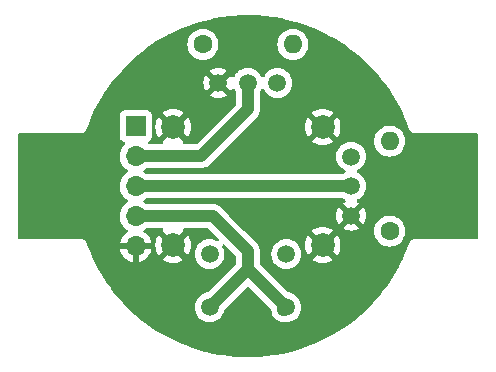
<source format=gbr>
%TF.GenerationSoftware,KiCad,Pcbnew,(6.0.6)*%
%TF.CreationDate,2023-05-18T11:46:38+08:00*%
%TF.ProjectId,JoystickPCB,4a6f7973-7469-4636-9b50-43422e6b6963,rev?*%
%TF.SameCoordinates,Original*%
%TF.FileFunction,Copper,L1,Top*%
%TF.FilePolarity,Positive*%
%FSLAX46Y46*%
G04 Gerber Fmt 4.6, Leading zero omitted, Abs format (unit mm)*
G04 Created by KiCad (PCBNEW (6.0.6)) date 2023-05-18 11:46:38*
%MOMM*%
%LPD*%
G01*
G04 APERTURE LIST*
%TA.AperFunction,ComponentPad*%
%ADD10C,1.600000*%
%TD*%
%TA.AperFunction,ComponentPad*%
%ADD11O,1.600000X1.600000*%
%TD*%
%TA.AperFunction,ComponentPad*%
%ADD12C,1.500000*%
%TD*%
%TA.AperFunction,ComponentPad*%
%ADD13C,2.000000*%
%TD*%
%TA.AperFunction,ComponentPad*%
%ADD14R,1.700000X1.700000*%
%TD*%
%TA.AperFunction,ComponentPad*%
%ADD15O,1.700000X1.700000*%
%TD*%
%TA.AperFunction,Conductor*%
%ADD16C,1.000000*%
%TD*%
G04 APERTURE END LIST*
D10*
%TO.P,R3,1*%
%TO.N,/VCC*%
X12000000Y-3810000D03*
D11*
%TO.P,R3,2*%
%TO.N,Net-(JS1-Pad4)*%
X12000000Y3810000D03*
%TD*%
D10*
%TO.P,R2,1*%
%TO.N,/VCC*%
X-3810000Y12000000D03*
D11*
%TO.P,R2,2*%
%TO.N,Net-(JS1-Pad3)*%
X3810000Y12000000D03*
%TD*%
D12*
%TO.P,JS1,1,A1*%
%TO.N,/GND*%
X-2500000Y8730000D03*
%TO.P,JS1,2,B1*%
%TO.N,/X*%
X0Y8730000D03*
%TO.P,JS1,3,C1*%
%TO.N,Net-(JS1-Pad3)*%
X2500000Y8730000D03*
%TO.P,JS1,4,A2*%
%TO.N,Net-(JS1-Pad4)*%
X8730000Y2500000D03*
%TO.P,JS1,5,B2*%
%TO.N,/Y*%
X8730000Y0D03*
%TO.P,JS1,6,C2*%
%TO.N,/GND*%
X8730000Y-2500000D03*
%TO.P,JS1,7,K2*%
%TO.N,/VCC*%
X-3250000Y-5750000D03*
%TO.P,JS1,8,K1*%
X3250000Y-5750000D03*
%TO.P,JS1,9,K3*%
%TO.N,/K*%
X-3250000Y-10250000D03*
%TO.P,JS1,10,K4*%
X3250000Y-10250000D03*
D13*
%TO.P,JS1,S,Shell*%
%TO.N,/GND*%
X6325000Y-5000000D03*
X6325000Y5000000D03*
X-6325000Y-5000000D03*
X-6325000Y5000000D03*
%TD*%
D14*
%TO.P,J1,1,Pin_1*%
%TO.N,/VCC*%
X-9500000Y5080000D03*
D15*
%TO.P,J1,2,Pin_2*%
%TO.N,/X*%
X-9500000Y2540000D03*
%TO.P,J1,3,Pin_3*%
%TO.N,/Y*%
X-9500000Y0D03*
%TO.P,J1,4,Pin_4*%
%TO.N,/K*%
X-9500000Y-2540000D03*
%TO.P,J1,5,Pin_5*%
%TO.N,/GND*%
X-9500000Y-5080000D03*
%TD*%
D16*
%TO.N,/X*%
X-3960000Y2540000D02*
X-9500000Y2540000D01*
X-3960000Y2540000D02*
X0Y6500000D01*
X0Y6500000D02*
X0Y8730000D01*
%TO.N,/Y*%
X8730000Y0D02*
X-9500000Y0D01*
%TO.N,/K*%
X0Y-5500000D02*
X0Y-7000000D01*
X0Y-7000000D02*
X3250000Y-10250000D01*
X-9500000Y-2540000D02*
X-2960000Y-2540000D01*
X-2960000Y-2540000D02*
X0Y-5500000D01*
X3000000Y-10500000D02*
X3250000Y-10250000D01*
X0Y-7000000D02*
X-3250000Y-10250000D01*
%TD*%
%TA.AperFunction,Conductor*%
%TO.N,/GND*%
G36*
X739703Y14472526D02*
G01*
X746156Y14472194D01*
X1480673Y14415574D01*
X1487101Y14414913D01*
X2217804Y14320702D01*
X2224189Y14319711D01*
X2949051Y14188173D01*
X2955378Y14186857D01*
X3672587Y14018320D01*
X3678823Y14016685D01*
X3678871Y14016671D01*
X4386440Y13811601D01*
X4392599Y13809643D01*
X5088750Y13568559D01*
X5094799Y13566289D01*
X5777689Y13289826D01*
X5783615Y13287248D01*
X6451430Y12976141D01*
X6457215Y12973263D01*
X7054563Y12656749D01*
X7108180Y12628339D01*
X7113806Y12625172D01*
X7417159Y12443933D01*
X7746287Y12247295D01*
X7751747Y12243839D01*
X8363981Y11834061D01*
X8369257Y11830330D01*
X8750549Y11545775D01*
X8959677Y11389704D01*
X8964746Y11385715D01*
X9021380Y11338743D01*
X9531821Y10915382D01*
X9536687Y10911131D01*
X10078899Y10412348D01*
X10083541Y10407852D01*
X10599445Y9881950D01*
X10603851Y9877223D01*
X11060174Y9361653D01*
X11092141Y9325535D01*
X11096296Y9320590D01*
X11273185Y9098790D01*
X11555654Y8744602D01*
X11559546Y8739456D01*
X11570249Y8724525D01*
X11988762Y8140685D01*
X11992391Y8135339D01*
X12087754Y7986770D01*
X12373287Y7541928D01*
X12390356Y7515335D01*
X12393702Y7509816D01*
X12732197Y6917734D01*
X12759356Y6870228D01*
X12762417Y6864539D01*
X13088104Y6220290D01*
X13094800Y6207044D01*
X13097560Y6201216D01*
X13250750Y5855186D01*
X13395792Y5527560D01*
X13398256Y5521586D01*
X13646492Y4872898D01*
X13652655Y4851091D01*
X13655732Y4834682D01*
X13661040Y4824229D01*
X13669838Y4801819D01*
X13673151Y4790229D01*
X13686987Y4768301D01*
X13696428Y4753337D01*
X13702209Y4743154D01*
X13721681Y4704809D01*
X13729725Y4696249D01*
X13744467Y4677200D01*
X13750876Y4667042D01*
X13757605Y4661099D01*
X13783519Y4638212D01*
X13791926Y4630061D01*
X13815282Y4605209D01*
X13815285Y4605206D01*
X13821431Y4598667D01*
X13829164Y4594116D01*
X13829166Y4594114D01*
X13831586Y4592690D01*
X13851075Y4578549D01*
X13860051Y4570622D01*
X13868176Y4566807D01*
X13868178Y4566806D01*
X13899389Y4552152D01*
X13909746Y4546688D01*
X13925574Y4537373D01*
X13946961Y4524786D01*
X13955660Y4522588D01*
X13955663Y4522587D01*
X13958430Y4521888D01*
X13981115Y4513782D01*
X13991900Y4508719D01*
X14000770Y4507338D01*
X14000773Y4507337D01*
X14025060Y4503556D01*
X14034738Y4502049D01*
X14046204Y4499713D01*
X14088181Y4489108D01*
X14097151Y4489440D01*
X14097152Y4489440D01*
X14150455Y4491414D01*
X14155118Y4491500D01*
X19365500Y4491500D01*
X19433621Y4471498D01*
X19480114Y4417842D01*
X19491500Y4365500D01*
X19491500Y-4365500D01*
X19471498Y-4433621D01*
X19417842Y-4480114D01*
X19365500Y-4491500D01*
X14162377Y-4491500D01*
X14154639Y-4491262D01*
X14109639Y-4488493D01*
X14109637Y-4488493D01*
X14100679Y-4487942D01*
X14091923Y-4489928D01*
X14091922Y-4489928D01*
X14054672Y-4498376D01*
X14044667Y-4500224D01*
X14031869Y-4502057D01*
X13997913Y-4506920D01*
X13989736Y-4510638D01*
X13987366Y-4511331D01*
X13969858Y-4517228D01*
X13967382Y-4518175D01*
X13958629Y-4520160D01*
X13950787Y-4524521D01*
X13950784Y-4524522D01*
X13917516Y-4543022D01*
X13908435Y-4547602D01*
X13873492Y-4563491D01*
X13873490Y-4563492D01*
X13865318Y-4567208D01*
X13858518Y-4573067D01*
X13856548Y-4574327D01*
X13841381Y-4584914D01*
X13839178Y-4586588D01*
X13831332Y-4590951D01*
X13825026Y-4597340D01*
X13825027Y-4597340D01*
X13798370Y-4624351D01*
X13790936Y-4631299D01*
X13761772Y-4656428D01*
X13761770Y-4656431D01*
X13754973Y-4662287D01*
X13750091Y-4669819D01*
X13748635Y-4671488D01*
X13737039Y-4685917D01*
X13735328Y-4688232D01*
X13729019Y-4694625D01*
X13706795Y-4735862D01*
X13701617Y-4744605D01*
X13680632Y-4776979D01*
X13680630Y-4776983D01*
X13675748Y-4784515D01*
X13673175Y-4793120D01*
X13672273Y-4795071D01*
X13665192Y-4812178D01*
X13664177Y-4814942D01*
X13659916Y-4822848D01*
X13658046Y-4831631D01*
X13654777Y-4846984D01*
X13649218Y-4865774D01*
X13398262Y-5521568D01*
X13395799Y-5527542D01*
X13327348Y-5682163D01*
X13097566Y-6201205D01*
X13097561Y-6201216D01*
X13094801Y-6207041D01*
X12905114Y-6582266D01*
X12762420Y-6864532D01*
X12759359Y-6870221D01*
X12393706Y-7509809D01*
X12390360Y-7515328D01*
X11992396Y-8135329D01*
X11988767Y-8140675D01*
X11843457Y-8343388D01*
X11627528Y-8644617D01*
X11559558Y-8739437D01*
X11555666Y-8744583D01*
X11229456Y-9153618D01*
X11096306Y-9320575D01*
X11092149Y-9325522D01*
X10603861Y-9877210D01*
X10599455Y-9881937D01*
X10083553Y-10407837D01*
X10078911Y-10412333D01*
X9536700Y-10911115D01*
X9531834Y-10915366D01*
X8964770Y-11385692D01*
X8959692Y-11389688D01*
X8369275Y-11830313D01*
X8363999Y-11834044D01*
X7751753Y-12243830D01*
X7746293Y-12247285D01*
X7113849Y-12625142D01*
X7108218Y-12628313D01*
X6457240Y-12973244D01*
X6451455Y-12976122D01*
X5783642Y-13287230D01*
X5777716Y-13289808D01*
X5094829Y-13566270D01*
X5088780Y-13568540D01*
X4597781Y-13738579D01*
X4479587Y-13779511D01*
X4392636Y-13809623D01*
X4386477Y-13811581D01*
X3678859Y-14016666D01*
X3672609Y-14018305D01*
X2955418Y-14186839D01*
X2949092Y-14188155D01*
X2224226Y-14319696D01*
X2217840Y-14320687D01*
X1487142Y-14414897D01*
X1480714Y-14415558D01*
X1142107Y-14441661D01*
X746178Y-14472182D01*
X739766Y-14472512D01*
X146521Y-14487729D01*
X3251Y-14491404D01*
X-3211Y-14491404D01*
X-146481Y-14487729D01*
X-739726Y-14472512D01*
X-746138Y-14472182D01*
X-1142302Y-14441643D01*
X-1480673Y-14415559D01*
X-1487101Y-14414898D01*
X-2217800Y-14320688D01*
X-2224186Y-14319697D01*
X-2224191Y-14319696D01*
X-2344204Y-14297917D01*
X-2949051Y-14188156D01*
X-2955377Y-14186840D01*
X-3429450Y-14075437D01*
X-3672580Y-14018303D01*
X-3678816Y-14016668D01*
X-4386447Y-13811580D01*
X-4392577Y-13809632D01*
X-4777514Y-13676323D01*
X-5088739Y-13568542D01*
X-5094788Y-13566272D01*
X-5777676Y-13289810D01*
X-5783602Y-13287232D01*
X-6451415Y-12976124D01*
X-6457200Y-12973246D01*
X-7108177Y-12628315D01*
X-7113808Y-12625144D01*
X-7746253Y-12247287D01*
X-7751713Y-12243832D01*
X-8363959Y-11834046D01*
X-8369235Y-11830315D01*
X-8710801Y-11575407D01*
X-8959662Y-11389684D01*
X-8964731Y-11385695D01*
X-8964734Y-11385692D01*
X-9531795Y-10915369D01*
X-9536661Y-10911118D01*
X-10078871Y-10412336D01*
X-10083513Y-10407840D01*
X-10599415Y-9881940D01*
X-10603821Y-9877213D01*
X-11092110Y-9325526D01*
X-11096267Y-9320579D01*
X-11129353Y-9279092D01*
X-11555627Y-8744587D01*
X-11559519Y-8739441D01*
X-11627491Y-8644617D01*
X-11988728Y-8140680D01*
X-11992357Y-8135334D01*
X-12390321Y-7515332D01*
X-12393671Y-7509806D01*
X-12508609Y-7308759D01*
X-12759321Y-6870222D01*
X-12762381Y-6864536D01*
X-12838556Y-6713852D01*
X-13094769Y-6207032D01*
X-13097529Y-6201205D01*
X-13101198Y-6192916D01*
X-13327312Y-5682163D01*
X-13395754Y-5527563D01*
X-13398218Y-5521590D01*
X-13403386Y-5508086D01*
X-13464660Y-5347966D01*
X-10831743Y-5347966D01*
X-10801435Y-5482446D01*
X-10798355Y-5492275D01*
X-10718230Y-5689603D01*
X-10713587Y-5698794D01*
X-10602306Y-5880388D01*
X-10596223Y-5888699D01*
X-10456787Y-6049667D01*
X-10449420Y-6056883D01*
X-10285566Y-6192916D01*
X-10277119Y-6198831D01*
X-10093244Y-6306279D01*
X-10083958Y-6310729D01*
X-9884999Y-6386703D01*
X-9875101Y-6389579D01*
X-9771750Y-6410606D01*
X-9757701Y-6409410D01*
X-9754000Y-6399065D01*
X-9754000Y-6398517D01*
X-9246000Y-6398517D01*
X-9241936Y-6412359D01*
X-9228522Y-6414393D01*
X-9221816Y-6413534D01*
X-9211738Y-6411392D01*
X-9007745Y-6350191D01*
X-8998158Y-6346433D01*
X-8806905Y-6252739D01*
X-8798055Y-6247464D01*
X-8777314Y-6232670D01*
X-7192840Y-6232670D01*
X-7187113Y-6240320D01*
X-7015958Y-6345205D01*
X-7007163Y-6349687D01*
X-6797012Y-6436734D01*
X-6787627Y-6439783D01*
X-6566446Y-6492885D01*
X-6556699Y-6494428D01*
X-6329930Y-6512275D01*
X-6320070Y-6512275D01*
X-6093301Y-6494428D01*
X-6083554Y-6492885D01*
X-5862373Y-6439783D01*
X-5852988Y-6436734D01*
X-5642837Y-6349687D01*
X-5634042Y-6345205D01*
X-5466555Y-6242568D01*
X-5457093Y-6232110D01*
X-5460876Y-6223334D01*
X-6312188Y-5372022D01*
X-6326132Y-5364408D01*
X-6327965Y-5364539D01*
X-6334580Y-5368790D01*
X-7186080Y-6220290D01*
X-7192840Y-6232670D01*
X-8777314Y-6232670D01*
X-8624672Y-6123792D01*
X-8616800Y-6117139D01*
X-8465948Y-5966812D01*
X-8459270Y-5958965D01*
X-8334997Y-5786020D01*
X-8329687Y-5777183D01*
X-8235330Y-5586267D01*
X-8231531Y-5576672D01*
X-8169623Y-5372910D01*
X-8167445Y-5362837D01*
X-8166014Y-5351962D01*
X-8168225Y-5337778D01*
X-8181383Y-5334000D01*
X-9227885Y-5334000D01*
X-9243124Y-5338475D01*
X-9244329Y-5339865D01*
X-9246000Y-5347548D01*
X-9246000Y-6398517D01*
X-9754000Y-6398517D01*
X-9754000Y-5352115D01*
X-9758475Y-5336876D01*
X-9759865Y-5335671D01*
X-9767548Y-5334000D01*
X-10816775Y-5334000D01*
X-10830306Y-5337973D01*
X-10831743Y-5347966D01*
X-13464660Y-5347966D01*
X-13595931Y-5004930D01*
X-7837275Y-5004930D01*
X-7819428Y-5231699D01*
X-7817885Y-5241446D01*
X-7764783Y-5462627D01*
X-7761734Y-5472012D01*
X-7674687Y-5682163D01*
X-7670205Y-5690958D01*
X-7567568Y-5858445D01*
X-7557110Y-5867907D01*
X-7548334Y-5864124D01*
X-6697022Y-5012812D01*
X-6690644Y-5001132D01*
X-5960592Y-5001132D01*
X-5960461Y-5002965D01*
X-5956210Y-5009580D01*
X-5104710Y-5861080D01*
X-5092330Y-5867840D01*
X-5084680Y-5862113D01*
X-4979795Y-5690958D01*
X-4975313Y-5682163D01*
X-4888266Y-5472012D01*
X-4885217Y-5462627D01*
X-4832115Y-5241446D01*
X-4830572Y-5231699D01*
X-4812725Y-5004930D01*
X-4812725Y-4995070D01*
X-4830572Y-4768301D01*
X-4832115Y-4758554D01*
X-4885217Y-4537373D01*
X-4888266Y-4527988D01*
X-4975313Y-4317837D01*
X-4979795Y-4309042D01*
X-5082432Y-4141555D01*
X-5092890Y-4132093D01*
X-5101666Y-4135876D01*
X-5952978Y-4987188D01*
X-5960592Y-5001132D01*
X-6690644Y-5001132D01*
X-6689408Y-4998868D01*
X-6689539Y-4997035D01*
X-6693790Y-4990420D01*
X-7545290Y-4138920D01*
X-7557670Y-4132160D01*
X-7565320Y-4137887D01*
X-7670205Y-4309042D01*
X-7674687Y-4317837D01*
X-7761734Y-4527988D01*
X-7764783Y-4537373D01*
X-7817885Y-4758554D01*
X-7819428Y-4768301D01*
X-7837275Y-4995070D01*
X-7837275Y-5004930D01*
X-13595931Y-5004930D01*
X-13646457Y-4872896D01*
X-13652619Y-4851090D01*
X-13654040Y-4843513D01*
X-13655695Y-4834687D01*
X-13661082Y-4824079D01*
X-13669885Y-4801658D01*
X-13673151Y-4790229D01*
X-13696256Y-4753611D01*
X-13702032Y-4743436D01*
X-13717578Y-4712820D01*
X-13717580Y-4712817D01*
X-13721644Y-4704814D01*
X-13729789Y-4696147D01*
X-13744530Y-4677100D01*
X-13750876Y-4667042D01*
X-13763442Y-4655944D01*
X-13783334Y-4638375D01*
X-13791741Y-4630224D01*
X-13815244Y-4605216D01*
X-13821394Y-4598672D01*
X-13829129Y-4594120D01*
X-13829131Y-4594118D01*
X-13831638Y-4592643D01*
X-13851133Y-4578498D01*
X-13860051Y-4570622D01*
X-13879572Y-4561457D01*
X-13899250Y-4552218D01*
X-13909611Y-4546752D01*
X-13939190Y-4529343D01*
X-13946924Y-4524791D01*
X-13955624Y-4522593D01*
X-13955626Y-4522592D01*
X-13958457Y-4521877D01*
X-13981133Y-4513774D01*
X-13991900Y-4508719D01*
X-14000770Y-4507338D01*
X-14000773Y-4507337D01*
X-14025038Y-4503559D01*
X-14034693Y-4502056D01*
X-14046159Y-4499720D01*
X-14088144Y-4489113D01*
X-14097114Y-4489445D01*
X-14097115Y-4489445D01*
X-14150283Y-4491414D01*
X-14154946Y-4491500D01*
X-19365500Y-4491500D01*
X-19433621Y-4471498D01*
X-19480114Y-4417842D01*
X-19491500Y-4365500D01*
X-19491500Y-2506695D01*
X-10862749Y-2506695D01*
X-10862452Y-2511848D01*
X-10862452Y-2511851D01*
X-10853324Y-2670151D01*
X-10849890Y-2729715D01*
X-10848753Y-2734761D01*
X-10848752Y-2734767D01*
X-10833194Y-2803802D01*
X-10800778Y-2947639D01*
X-10716734Y-3154616D01*
X-10600013Y-3345088D01*
X-10453750Y-3513938D01*
X-10281874Y-3656632D01*
X-10235915Y-3683488D01*
X-10208045Y-3699774D01*
X-10159321Y-3751412D01*
X-10146250Y-3821195D01*
X-10172981Y-3886967D01*
X-10213438Y-3920327D01*
X-10221543Y-3924546D01*
X-10230262Y-3930036D01*
X-10400567Y-4057905D01*
X-10408274Y-4064748D01*
X-10555410Y-4218717D01*
X-10561896Y-4226727D01*
X-10681902Y-4402649D01*
X-10687000Y-4411623D01*
X-10776662Y-4604783D01*
X-10780225Y-4614470D01*
X-10835611Y-4814183D01*
X-10834088Y-4822607D01*
X-10821708Y-4826000D01*
X-8181656Y-4826000D01*
X-8168125Y-4822027D01*
X-8166820Y-4812947D01*
X-8208786Y-4645875D01*
X-8212106Y-4636124D01*
X-8297028Y-4440814D01*
X-8301895Y-4431739D01*
X-8417574Y-4252926D01*
X-8423864Y-4244757D01*
X-8567194Y-4087240D01*
X-8574727Y-4080215D01*
X-8741861Y-3948222D01*
X-8750444Y-3942520D01*
X-8787398Y-3922120D01*
X-8837369Y-3871687D01*
X-8852141Y-3802245D01*
X-8827025Y-3735839D01*
X-8799673Y-3709232D01*
X-8624349Y-3584175D01*
X-8620140Y-3581173D01*
X-8617114Y-3578157D01*
X-8552412Y-3549570D01*
X-8536024Y-3548500D01*
X-7278329Y-3548500D01*
X-7210208Y-3568502D01*
X-7163715Y-3622158D01*
X-7153611Y-3692432D01*
X-7184893Y-3759033D01*
X-7192907Y-3767891D01*
X-7189124Y-3776666D01*
X-6337812Y-4627978D01*
X-6323868Y-4635592D01*
X-6322035Y-4635461D01*
X-6315420Y-4631210D01*
X-5463920Y-3779710D01*
X-5457160Y-3767331D01*
X-5470127Y-3750009D01*
X-5494937Y-3683488D01*
X-5479845Y-3614114D01*
X-5429643Y-3563912D01*
X-5369258Y-3548500D01*
X-3429925Y-3548500D01*
X-3361804Y-3568502D01*
X-3340835Y-3585400D01*
X-2470272Y-4455963D01*
X-2436249Y-4518272D01*
X-2441313Y-4589087D01*
X-2483860Y-4645923D01*
X-2550380Y-4670734D01*
X-2617991Y-4655183D01*
X-2618346Y-4655944D01*
X-2631545Y-4649789D01*
X-2707288Y-4614470D01*
X-2817924Y-4562880D01*
X-3030629Y-4505885D01*
X-3250000Y-4486693D01*
X-3469371Y-4505885D01*
X-3682076Y-4562880D01*
X-3745903Y-4592643D01*
X-3876666Y-4653618D01*
X-3876671Y-4653621D01*
X-3881653Y-4655944D01*
X-3886160Y-4659100D01*
X-3886162Y-4659101D01*
X-4057527Y-4779092D01*
X-4057530Y-4779094D01*
X-4062038Y-4782251D01*
X-4217749Y-4937962D01*
X-4220906Y-4942470D01*
X-4220908Y-4942473D01*
X-4270160Y-5012812D01*
X-4344056Y-5118347D01*
X-4346379Y-5123329D01*
X-4346382Y-5123334D01*
X-4388798Y-5214296D01*
X-4437120Y-5317924D01*
X-4494115Y-5530629D01*
X-4513307Y-5750000D01*
X-4494115Y-5969371D01*
X-4437120Y-6182076D01*
X-4409960Y-6240320D01*
X-4346382Y-6376666D01*
X-4346379Y-6376671D01*
X-4344056Y-6381653D01*
X-4340900Y-6386160D01*
X-4340899Y-6386162D01*
X-4221375Y-6556859D01*
X-4217749Y-6562038D01*
X-4062038Y-6717749D01*
X-3881654Y-6844056D01*
X-3682076Y-6937120D01*
X-3469371Y-6994115D01*
X-3250000Y-7013307D01*
X-3030629Y-6994115D01*
X-2817924Y-6937120D01*
X-2618346Y-6844056D01*
X-2437962Y-6717749D01*
X-2282251Y-6562038D01*
X-2278624Y-6556859D01*
X-2159101Y-6386162D01*
X-2159100Y-6386160D01*
X-2155944Y-6381653D01*
X-2153621Y-6376671D01*
X-2153618Y-6376666D01*
X-2090040Y-6240320D01*
X-2062880Y-6182076D01*
X-2005885Y-5969371D01*
X-1986693Y-5750000D01*
X-2005885Y-5530629D01*
X-2062880Y-5317924D01*
X-2155376Y-5119564D01*
X-2155944Y-5118347D01*
X-2155233Y-5118015D01*
X-2170914Y-5053368D01*
X-2147691Y-4986277D01*
X-2091883Y-4942391D01*
X-2021208Y-4935645D01*
X-1955962Y-4970272D01*
X-1045405Y-5880829D01*
X-1011379Y-5943141D01*
X-1008500Y-5969924D01*
X-1008500Y-6530075D01*
X-1028502Y-6598196D01*
X-1045405Y-6619170D01*
X-3396643Y-8970409D01*
X-3463862Y-9005400D01*
X-3463897Y-9005406D01*
X-3469371Y-9005885D01*
X-3682076Y-9062880D01*
X-3775438Y-9106415D01*
X-3876666Y-9153618D01*
X-3876671Y-9153621D01*
X-3881653Y-9155944D01*
X-3886160Y-9159100D01*
X-3886162Y-9159101D01*
X-4057527Y-9279092D01*
X-4057530Y-9279094D01*
X-4062038Y-9282251D01*
X-4217749Y-9437962D01*
X-4344056Y-9618347D01*
X-4346379Y-9623329D01*
X-4346382Y-9623334D01*
X-4393585Y-9724562D01*
X-4437120Y-9817924D01*
X-4494115Y-10030629D01*
X-4513307Y-10250000D01*
X-4494115Y-10469371D01*
X-4437120Y-10682076D01*
X-4393585Y-10775438D01*
X-4346382Y-10876666D01*
X-4346379Y-10876671D01*
X-4344056Y-10881653D01*
X-4340900Y-10886160D01*
X-4340899Y-10886162D01*
X-4224500Y-11052396D01*
X-4217749Y-11062038D01*
X-4062038Y-11217749D01*
X-3881654Y-11344056D01*
X-3682076Y-11437120D01*
X-3469371Y-11494115D01*
X-3250000Y-11513307D01*
X-3030629Y-11494115D01*
X-2817924Y-11437120D01*
X-2618346Y-11344056D01*
X-2437962Y-11217749D01*
X-2282251Y-11062038D01*
X-2275499Y-11052396D01*
X-2159101Y-10886162D01*
X-2159100Y-10886160D01*
X-2155944Y-10881653D01*
X-2153621Y-10876671D01*
X-2153618Y-10876666D01*
X-2106415Y-10775438D01*
X-2062880Y-10682076D01*
X-2005885Y-10469371D01*
X-2005406Y-10463894D01*
X-2005400Y-10463862D01*
X-1970409Y-10396643D01*
X-89095Y-8515329D01*
X-26783Y-8481303D01*
X44032Y-8486368D01*
X89095Y-8515329D01*
X1952029Y-10378263D01*
X1986055Y-10440575D01*
X1988289Y-10480091D01*
X1986626Y-10496462D01*
X2005239Y-10693362D01*
X2061741Y-10882896D01*
X2153982Y-11057846D01*
X2278447Y-11211547D01*
X2430396Y-11338146D01*
X2604041Y-11432822D01*
X2698404Y-11462393D01*
X2786886Y-11490122D01*
X2786889Y-11490123D01*
X2792768Y-11491965D01*
X2798891Y-11492630D01*
X2798895Y-11492631D01*
X2983263Y-11512659D01*
X2983267Y-11512659D01*
X2989388Y-11513324D01*
X3060840Y-11507073D01*
X3108809Y-11502876D01*
X3130773Y-11502876D01*
X3244525Y-11512828D01*
X3250000Y-11513307D01*
X3469371Y-11494115D01*
X3682076Y-11437120D01*
X3881654Y-11344056D01*
X4062038Y-11217749D01*
X4217749Y-11062038D01*
X4224501Y-11052396D01*
X4340899Y-10886162D01*
X4340900Y-10886160D01*
X4344056Y-10881653D01*
X4346379Y-10876671D01*
X4346382Y-10876666D01*
X4393585Y-10775438D01*
X4437120Y-10682076D01*
X4494115Y-10469371D01*
X4513307Y-10250000D01*
X4494115Y-10030629D01*
X4437120Y-9817924D01*
X4393585Y-9724562D01*
X4346382Y-9623334D01*
X4346379Y-9623329D01*
X4344056Y-9618347D01*
X4217749Y-9437962D01*
X4062038Y-9282251D01*
X3881654Y-9155944D01*
X3682076Y-9062880D01*
X3469371Y-9005885D01*
X3463897Y-9005406D01*
X3463862Y-9005400D01*
X3396643Y-8970409D01*
X1045405Y-6619171D01*
X1011379Y-6556859D01*
X1008500Y-6530076D01*
X1008500Y-5750000D01*
X1986693Y-5750000D01*
X2005885Y-5969371D01*
X2062880Y-6182076D01*
X2090040Y-6240320D01*
X2153618Y-6376666D01*
X2153621Y-6376671D01*
X2155944Y-6381653D01*
X2159100Y-6386160D01*
X2159101Y-6386162D01*
X2278625Y-6556859D01*
X2282251Y-6562038D01*
X2437962Y-6717749D01*
X2618346Y-6844056D01*
X2817924Y-6937120D01*
X3030629Y-6994115D01*
X3250000Y-7013307D01*
X3469371Y-6994115D01*
X3682076Y-6937120D01*
X3881654Y-6844056D01*
X4062038Y-6717749D01*
X4217749Y-6562038D01*
X4221376Y-6556859D01*
X4340899Y-6386162D01*
X4340900Y-6386160D01*
X4344056Y-6381653D01*
X4346379Y-6376671D01*
X4346382Y-6376666D01*
X4409960Y-6240320D01*
X4413527Y-6232670D01*
X5457160Y-6232670D01*
X5462887Y-6240320D01*
X5634042Y-6345205D01*
X5642837Y-6349687D01*
X5852988Y-6436734D01*
X5862373Y-6439783D01*
X6083554Y-6492885D01*
X6093301Y-6494428D01*
X6320070Y-6512275D01*
X6329930Y-6512275D01*
X6556699Y-6494428D01*
X6566446Y-6492885D01*
X6787627Y-6439783D01*
X6797012Y-6436734D01*
X7007163Y-6349687D01*
X7015958Y-6345205D01*
X7183445Y-6242568D01*
X7192907Y-6232110D01*
X7189124Y-6223334D01*
X6337812Y-5372022D01*
X6323868Y-5364408D01*
X6322035Y-5364539D01*
X6315420Y-5368790D01*
X5463920Y-6220290D01*
X5457160Y-6232670D01*
X4413527Y-6232670D01*
X4437120Y-6182076D01*
X4494115Y-5969371D01*
X4513307Y-5750000D01*
X4494115Y-5530629D01*
X4437120Y-5317924D01*
X4388798Y-5214296D01*
X4346382Y-5123334D01*
X4346379Y-5123329D01*
X4344056Y-5118347D01*
X4270160Y-5012812D01*
X4264641Y-5004930D01*
X4812725Y-5004930D01*
X4830572Y-5231699D01*
X4832115Y-5241446D01*
X4885217Y-5462627D01*
X4888266Y-5472012D01*
X4975313Y-5682163D01*
X4979795Y-5690958D01*
X5082432Y-5858445D01*
X5092890Y-5867907D01*
X5101666Y-5864124D01*
X5952978Y-5012812D01*
X5959356Y-5001132D01*
X6689408Y-5001132D01*
X6689539Y-5002965D01*
X6693790Y-5009580D01*
X7545290Y-5861080D01*
X7557670Y-5867840D01*
X7565320Y-5862113D01*
X7670205Y-5690958D01*
X7674687Y-5682163D01*
X7761734Y-5472012D01*
X7764783Y-5462627D01*
X7817885Y-5241446D01*
X7819428Y-5231699D01*
X7837275Y-5004930D01*
X7837275Y-4995070D01*
X7819428Y-4768301D01*
X7817885Y-4758554D01*
X7764783Y-4537373D01*
X7761734Y-4527988D01*
X7674687Y-4317837D01*
X7670205Y-4309042D01*
X7567568Y-4141555D01*
X7557110Y-4132093D01*
X7548334Y-4135876D01*
X6697022Y-4987188D01*
X6689408Y-5001132D01*
X5959356Y-5001132D01*
X5960592Y-4998868D01*
X5960461Y-4997035D01*
X5956210Y-4990420D01*
X5104710Y-4138920D01*
X5092330Y-4132160D01*
X5084680Y-4137887D01*
X4979795Y-4309042D01*
X4975313Y-4317837D01*
X4888266Y-4527988D01*
X4885217Y-4537373D01*
X4832115Y-4758554D01*
X4830572Y-4768301D01*
X4812725Y-4995070D01*
X4812725Y-5004930D01*
X4264641Y-5004930D01*
X4220908Y-4942473D01*
X4220906Y-4942470D01*
X4217749Y-4937962D01*
X4062038Y-4782251D01*
X4042116Y-4768301D01*
X3926476Y-4687329D01*
X3881654Y-4655944D01*
X3682076Y-4562880D01*
X3469371Y-4505885D01*
X3250000Y-4486693D01*
X3030629Y-4505885D01*
X2817924Y-4562880D01*
X2754097Y-4592643D01*
X2623334Y-4653618D01*
X2623329Y-4653621D01*
X2618347Y-4655944D01*
X2613840Y-4659100D01*
X2613838Y-4659101D01*
X2442473Y-4779092D01*
X2442470Y-4779094D01*
X2437962Y-4782251D01*
X2282251Y-4937962D01*
X2279094Y-4942470D01*
X2279092Y-4942473D01*
X2229840Y-5012812D01*
X2155944Y-5118347D01*
X2153621Y-5123329D01*
X2153618Y-5123334D01*
X2111202Y-5214296D01*
X2062880Y-5317924D01*
X2005885Y-5530629D01*
X1986693Y-5750000D01*
X1008500Y-5750000D01*
X1008500Y-5561842D01*
X1009237Y-5548235D01*
X1012659Y-5516737D01*
X1012659Y-5516732D01*
X1013324Y-5510611D01*
X1010860Y-5482446D01*
X1008950Y-5460609D01*
X1008621Y-5455784D01*
X1008500Y-5453313D01*
X1008500Y-5450231D01*
X1004309Y-5407489D01*
X1004187Y-5406174D01*
X1000533Y-5364408D01*
X996087Y-5313587D01*
X994600Y-5308468D01*
X994080Y-5303167D01*
X967209Y-5214166D01*
X966874Y-5213033D01*
X942630Y-5129586D01*
X942628Y-5129582D01*
X940909Y-5123664D01*
X938456Y-5118932D01*
X936916Y-5113831D01*
X930689Y-5102119D01*
X893269Y-5031740D01*
X892657Y-5030574D01*
X852729Y-4953547D01*
X849892Y-4948074D01*
X846569Y-4943911D01*
X844066Y-4939204D01*
X785245Y-4867082D01*
X784554Y-4866226D01*
X753262Y-4827027D01*
X750758Y-4824523D01*
X750116Y-4823805D01*
X746415Y-4819472D01*
X719065Y-4785938D01*
X708236Y-4776979D01*
X683738Y-4756713D01*
X674958Y-4748723D01*
X-305875Y-3767890D01*
X5457093Y-3767890D01*
X5460876Y-3776666D01*
X6312188Y-4627978D01*
X6326132Y-4635592D01*
X6327965Y-4635461D01*
X6334580Y-4631210D01*
X7155790Y-3810000D01*
X10686502Y-3810000D01*
X10706457Y-4038087D01*
X10707881Y-4043400D01*
X10707881Y-4043402D01*
X10733199Y-4137887D01*
X10765716Y-4259243D01*
X10768039Y-4264224D01*
X10768039Y-4264225D01*
X10860151Y-4461762D01*
X10860154Y-4461767D01*
X10862477Y-4466749D01*
X10899876Y-4520160D01*
X10987903Y-4645875D01*
X10993802Y-4654300D01*
X11155700Y-4816198D01*
X11160208Y-4819355D01*
X11160211Y-4819357D01*
X11221503Y-4862274D01*
X11343251Y-4947523D01*
X11348233Y-4949846D01*
X11348238Y-4949849D01*
X11545775Y-5041961D01*
X11550757Y-5044284D01*
X11556065Y-5045706D01*
X11556067Y-5045707D01*
X11766598Y-5102119D01*
X11766600Y-5102119D01*
X11771913Y-5103543D01*
X12000000Y-5123498D01*
X12228087Y-5103543D01*
X12233400Y-5102119D01*
X12233402Y-5102119D01*
X12443933Y-5045707D01*
X12443935Y-5045706D01*
X12449243Y-5044284D01*
X12454225Y-5041961D01*
X12651762Y-4949849D01*
X12651767Y-4949846D01*
X12656749Y-4947523D01*
X12778497Y-4862274D01*
X12839789Y-4819357D01*
X12839792Y-4819355D01*
X12844300Y-4816198D01*
X13006198Y-4654300D01*
X13012098Y-4645875D01*
X13100124Y-4520160D01*
X13137523Y-4466749D01*
X13139846Y-4461767D01*
X13139849Y-4461762D01*
X13231961Y-4264225D01*
X13231961Y-4264224D01*
X13234284Y-4259243D01*
X13266802Y-4137887D01*
X13292119Y-4043402D01*
X13292119Y-4043400D01*
X13293543Y-4038087D01*
X13313498Y-3810000D01*
X13293543Y-3581913D01*
X13288254Y-3562175D01*
X13235707Y-3366067D01*
X13235706Y-3366065D01*
X13234284Y-3360757D01*
X13228797Y-3348990D01*
X13139849Y-3158238D01*
X13139846Y-3158233D01*
X13137523Y-3153251D01*
X13006198Y-2965700D01*
X12844300Y-2803802D01*
X12839792Y-2800645D01*
X12839789Y-2800643D01*
X12715770Y-2713804D01*
X12656749Y-2672477D01*
X12651767Y-2670154D01*
X12651762Y-2670151D01*
X12454225Y-2578039D01*
X12454224Y-2578039D01*
X12449243Y-2575716D01*
X12443935Y-2574294D01*
X12443933Y-2574293D01*
X12233402Y-2517881D01*
X12233400Y-2517881D01*
X12228087Y-2516457D01*
X12000000Y-2496502D01*
X11771913Y-2516457D01*
X11766600Y-2517881D01*
X11766598Y-2517881D01*
X11556067Y-2574293D01*
X11556065Y-2574294D01*
X11550757Y-2575716D01*
X11545776Y-2578039D01*
X11545775Y-2578039D01*
X11348238Y-2670151D01*
X11348233Y-2670154D01*
X11343251Y-2672477D01*
X11284230Y-2713804D01*
X11160211Y-2800643D01*
X11160208Y-2800645D01*
X11155700Y-2803802D01*
X10993802Y-2965700D01*
X10862477Y-3153251D01*
X10860154Y-3158233D01*
X10860151Y-3158238D01*
X10771203Y-3348990D01*
X10765716Y-3360757D01*
X10764294Y-3366065D01*
X10764293Y-3366067D01*
X10711746Y-3562175D01*
X10706457Y-3581913D01*
X10686502Y-3810000D01*
X7155790Y-3810000D01*
X7186080Y-3779710D01*
X7192840Y-3767330D01*
X7187113Y-3759680D01*
X7015958Y-3654795D01*
X7007163Y-3650313D01*
X6797012Y-3563266D01*
X6787627Y-3560217D01*
X6745742Y-3550161D01*
X8044393Y-3550161D01*
X8053687Y-3562175D01*
X8094088Y-3590464D01*
X8103584Y-3595947D01*
X8293113Y-3684326D01*
X8303405Y-3688072D01*
X8505401Y-3742196D01*
X8516196Y-3744099D01*
X8724525Y-3762326D01*
X8735475Y-3762326D01*
X8943804Y-3744099D01*
X8954599Y-3742196D01*
X9156595Y-3688072D01*
X9166887Y-3684326D01*
X9356416Y-3595947D01*
X9365912Y-3590464D01*
X9407148Y-3561590D01*
X9415523Y-3551112D01*
X9408457Y-3537668D01*
X8742811Y-2872021D01*
X8728868Y-2864408D01*
X8727034Y-2864539D01*
X8720420Y-2868790D01*
X8050820Y-3538391D01*
X8044393Y-3550161D01*
X6745742Y-3550161D01*
X6566446Y-3507115D01*
X6556699Y-3505572D01*
X6329930Y-3487725D01*
X6320070Y-3487725D01*
X6093301Y-3505572D01*
X6083554Y-3507115D01*
X5862373Y-3560217D01*
X5852988Y-3563266D01*
X5642837Y-3650313D01*
X5634042Y-3654795D01*
X5466555Y-3757432D01*
X5457093Y-3767890D01*
X-305875Y-3767890D01*
X-1568291Y-2505475D01*
X7467674Y-2505475D01*
X7485901Y-2713804D01*
X7487804Y-2724599D01*
X7541928Y-2926595D01*
X7545674Y-2936887D01*
X7634054Y-3126417D01*
X7639534Y-3135907D01*
X7668411Y-3177149D01*
X7678887Y-3185523D01*
X7692334Y-3178455D01*
X8357979Y-2512811D01*
X8364356Y-2501132D01*
X9094408Y-2501132D01*
X9094539Y-2502966D01*
X9098790Y-2509580D01*
X9768391Y-3179180D01*
X9780161Y-3185607D01*
X9792176Y-3176311D01*
X9820466Y-3135907D01*
X9825946Y-3126417D01*
X9914326Y-2936887D01*
X9918072Y-2926595D01*
X9972196Y-2724599D01*
X9974099Y-2713804D01*
X9992326Y-2505475D01*
X9992326Y-2494525D01*
X9974099Y-2286196D01*
X9972196Y-2275401D01*
X9918072Y-2073405D01*
X9914326Y-2063113D01*
X9825946Y-1873583D01*
X9820466Y-1864093D01*
X9791589Y-1822851D01*
X9781113Y-1814477D01*
X9767666Y-1821545D01*
X9102021Y-2487189D01*
X9094408Y-2501132D01*
X8364356Y-2501132D01*
X8365592Y-2498868D01*
X8365461Y-2497034D01*
X8361210Y-2490420D01*
X7691609Y-1820820D01*
X7679839Y-1814393D01*
X7667824Y-1823689D01*
X7639534Y-1864093D01*
X7634054Y-1873583D01*
X7545674Y-2063113D01*
X7541928Y-2073405D01*
X7487804Y-2275401D01*
X7485901Y-2286196D01*
X7467674Y-2494525D01*
X7467674Y-2505475D01*
X-1568291Y-2505475D01*
X-2203145Y-1870621D01*
X-2212247Y-1860478D01*
X-2232103Y-1835782D01*
X-2235968Y-1830975D01*
X-2274422Y-1798708D01*
X-2278069Y-1795528D01*
X-2279881Y-1793885D01*
X-2282075Y-1791691D01*
X-2315349Y-1764358D01*
X-2316147Y-1763696D01*
X-2387474Y-1703846D01*
X-2392144Y-1701278D01*
X-2396261Y-1697897D01*
X-2478086Y-1654023D01*
X-2479245Y-1653394D01*
X-2555381Y-1611538D01*
X-2555389Y-1611535D01*
X-2560787Y-1608567D01*
X-2565869Y-1606955D01*
X-2570563Y-1604438D01*
X-2659531Y-1577238D01*
X-2660559Y-1576918D01*
X-2749306Y-1548765D01*
X-2754602Y-1548171D01*
X-2759698Y-1546613D01*
X-2852257Y-1537210D01*
X-2853393Y-1537089D01*
X-2887008Y-1533319D01*
X-2899730Y-1531892D01*
X-2899734Y-1531892D01*
X-2903227Y-1531500D01*
X-2906754Y-1531500D01*
X-2907739Y-1531445D01*
X-2913419Y-1530998D01*
X-2942825Y-1528011D01*
X-2950337Y-1527248D01*
X-2950339Y-1527248D01*
X-2956462Y-1526626D01*
X-2998741Y-1530623D01*
X-3002109Y-1530941D01*
X-3013967Y-1531500D01*
X-8541201Y-1531500D01*
X-8609322Y-1511498D01*
X-8619293Y-1504382D01*
X-8741586Y-1407800D01*
X-8741590Y-1407798D01*
X-8745641Y-1404598D01*
X-8786947Y-1381796D01*
X-8836916Y-1331364D01*
X-8851688Y-1261921D01*
X-8826572Y-1195516D01*
X-8799220Y-1168909D01*
X-8624349Y-1044175D01*
X-8620140Y-1041173D01*
X-8617114Y-1038157D01*
X-8552412Y-1009570D01*
X-8536024Y-1008500D01*
X7936432Y-1008500D01*
X8008703Y-1031287D01*
X8098346Y-1094056D01*
X8103328Y-1096379D01*
X8103333Y-1096382D01*
X8188469Y-1136081D01*
X8241754Y-1182998D01*
X8261215Y-1251276D01*
X8240673Y-1319235D01*
X8188469Y-1364471D01*
X8103583Y-1404054D01*
X8094093Y-1409534D01*
X8052851Y-1438411D01*
X8044477Y-1448887D01*
X8051545Y-1462334D01*
X8717189Y-2127979D01*
X8731132Y-2135592D01*
X8732966Y-2135461D01*
X8739580Y-2131210D01*
X9409180Y-1461609D01*
X9415607Y-1449839D01*
X9406313Y-1437825D01*
X9365912Y-1409536D01*
X9356416Y-1404053D01*
X9271531Y-1364471D01*
X9218246Y-1317554D01*
X9198785Y-1249276D01*
X9219327Y-1181316D01*
X9271531Y-1136081D01*
X9356667Y-1096382D01*
X9356672Y-1096379D01*
X9361654Y-1094056D01*
X9528484Y-977240D01*
X9537527Y-970908D01*
X9537529Y-970906D01*
X9542038Y-967749D01*
X9697749Y-812038D01*
X9702616Y-805088D01*
X9820899Y-636162D01*
X9820900Y-636160D01*
X9824056Y-631653D01*
X9826379Y-626671D01*
X9826382Y-626666D01*
X9914795Y-437061D01*
X9917120Y-432076D01*
X9974115Y-219371D01*
X9993307Y0D01*
X9974115Y219371D01*
X9917120Y432076D01*
X9873585Y525438D01*
X9826382Y626666D01*
X9826379Y626671D01*
X9824056Y631653D01*
X9798168Y668625D01*
X9700908Y807527D01*
X9700906Y807530D01*
X9697749Y812038D01*
X9542038Y967749D01*
X9361654Y1094056D01*
X9356669Y1096380D01*
X9356663Y1096384D01*
X9272123Y1135805D01*
X9218837Y1182722D01*
X9199376Y1250999D01*
X9219918Y1318959D01*
X9272123Y1364195D01*
X9356663Y1403616D01*
X9356669Y1403620D01*
X9361654Y1405944D01*
X9498460Y1501737D01*
X9537527Y1529092D01*
X9537529Y1529094D01*
X9542038Y1532251D01*
X9697749Y1687962D01*
X9701579Y1693431D01*
X9820899Y1863838D01*
X9820900Y1863840D01*
X9824056Y1868347D01*
X9826379Y1873329D01*
X9826382Y1873334D01*
X9914795Y2062939D01*
X9917120Y2067924D01*
X9974115Y2280629D01*
X9993307Y2500000D01*
X9974115Y2719371D01*
X9917120Y2932076D01*
X9873585Y3025438D01*
X9826382Y3126666D01*
X9826379Y3126671D01*
X9824056Y3131653D01*
X9820899Y3136162D01*
X9700908Y3307527D01*
X9700906Y3307530D01*
X9697749Y3312038D01*
X9542038Y3467749D01*
X9513510Y3487725D01*
X9426714Y3548500D01*
X9361654Y3594056D01*
X9162076Y3687120D01*
X8949371Y3744115D01*
X8730000Y3763307D01*
X8510629Y3744115D01*
X8297924Y3687120D01*
X8272795Y3675402D01*
X8103334Y3596382D01*
X8103329Y3596379D01*
X8098347Y3594056D01*
X8093840Y3590900D01*
X8093838Y3590899D01*
X7922473Y3470908D01*
X7922470Y3470906D01*
X7917962Y3467749D01*
X7762251Y3312038D01*
X7759094Y3307530D01*
X7759092Y3307527D01*
X7639101Y3136162D01*
X7635944Y3131653D01*
X7633621Y3126671D01*
X7633618Y3126666D01*
X7586415Y3025438D01*
X7542880Y2932076D01*
X7485885Y2719371D01*
X7466693Y2500000D01*
X7485885Y2280629D01*
X7542880Y2067924D01*
X7545205Y2062939D01*
X7633618Y1873334D01*
X7633621Y1873329D01*
X7635944Y1868347D01*
X7639100Y1863840D01*
X7639101Y1863838D01*
X7758422Y1693431D01*
X7762251Y1687962D01*
X7917962Y1532251D01*
X7922471Y1529094D01*
X7922473Y1529092D01*
X7961540Y1501737D01*
X8098346Y1405944D01*
X8103331Y1403620D01*
X8103337Y1403616D01*
X8187877Y1364195D01*
X8241163Y1317278D01*
X8260624Y1249001D01*
X8240082Y1181041D01*
X8187878Y1135805D01*
X8103328Y1096379D01*
X8103325Y1096377D01*
X8098347Y1094056D01*
X8031880Y1047516D01*
X8008703Y1031287D01*
X7936433Y1008500D01*
X-8541201Y1008500D01*
X-8609322Y1028502D01*
X-8619293Y1035618D01*
X-8741586Y1132200D01*
X-8741590Y1132202D01*
X-8745641Y1135402D01*
X-8786947Y1158204D01*
X-8836916Y1208636D01*
X-8851688Y1278079D01*
X-8826572Y1344484D01*
X-8799220Y1371091D01*
X-8624349Y1495825D01*
X-8620140Y1498827D01*
X-8617114Y1501843D01*
X-8552412Y1530430D01*
X-8536024Y1531500D01*
X-4021843Y1531500D01*
X-4008236Y1530763D01*
X-3976738Y1527341D01*
X-3976733Y1527341D01*
X-3970612Y1526676D01*
X-3942996Y1529092D01*
X-3920612Y1531050D01*
X-3915786Y1531379D01*
X-3913314Y1531500D01*
X-3910231Y1531500D01*
X-3898262Y1532674D01*
X-3867494Y1535690D01*
X-3866181Y1535812D01*
X-3821916Y1539685D01*
X-3773587Y1543913D01*
X-3768468Y1545400D01*
X-3763167Y1545920D01*
X-3674166Y1572791D01*
X-3673033Y1573126D01*
X-3589586Y1597370D01*
X-3589582Y1597372D01*
X-3583664Y1599091D01*
X-3578932Y1601544D01*
X-3573831Y1603084D01*
X-3568388Y1605978D01*
X-3491740Y1646731D01*
X-3490574Y1647343D01*
X-3413547Y1687271D01*
X-3408074Y1690108D01*
X-3403911Y1693431D01*
X-3399204Y1695934D01*
X-3327082Y1754755D01*
X-3326226Y1755446D01*
X-3287027Y1786738D01*
X-3284523Y1789242D01*
X-3283805Y1789884D01*
X-3279472Y1793585D01*
X-3245938Y1820935D01*
X-3216712Y1856263D01*
X-3208723Y1865042D01*
X-1306436Y3767330D01*
X5457160Y3767330D01*
X5462887Y3759680D01*
X5634042Y3654795D01*
X5642837Y3650313D01*
X5852988Y3563266D01*
X5862373Y3560217D01*
X6083554Y3507115D01*
X6093301Y3505572D01*
X6320070Y3487725D01*
X6329930Y3487725D01*
X6556699Y3505572D01*
X6566446Y3507115D01*
X6787627Y3560217D01*
X6797012Y3563266D01*
X7007163Y3650313D01*
X7015958Y3654795D01*
X7183445Y3757432D01*
X7192907Y3767890D01*
X7189124Y3776666D01*
X7155790Y3810000D01*
X10686502Y3810000D01*
X10706457Y3581913D01*
X10707881Y3576600D01*
X10707881Y3576598D01*
X10756919Y3393589D01*
X10765716Y3360757D01*
X10768039Y3355776D01*
X10768039Y3355775D01*
X10860151Y3158238D01*
X10860154Y3158233D01*
X10862477Y3153251D01*
X10881092Y3126666D01*
X10965792Y3005703D01*
X10993802Y2965700D01*
X11155700Y2803802D01*
X11160208Y2800645D01*
X11160211Y2800643D01*
X11238389Y2745902D01*
X11343251Y2672477D01*
X11348233Y2670154D01*
X11348238Y2670151D01*
X11545775Y2578039D01*
X11550757Y2575716D01*
X11556065Y2574294D01*
X11556067Y2574293D01*
X11766598Y2517881D01*
X11766600Y2517881D01*
X11771913Y2516457D01*
X12000000Y2496502D01*
X12228087Y2516457D01*
X12233400Y2517881D01*
X12233402Y2517881D01*
X12443933Y2574293D01*
X12443935Y2574294D01*
X12449243Y2575716D01*
X12454225Y2578039D01*
X12651762Y2670151D01*
X12651767Y2670154D01*
X12656749Y2672477D01*
X12761611Y2745902D01*
X12839789Y2800643D01*
X12839792Y2800645D01*
X12844300Y2803802D01*
X13006198Y2965700D01*
X13034209Y3005703D01*
X13118908Y3126666D01*
X13137523Y3153251D01*
X13139846Y3158233D01*
X13139849Y3158238D01*
X13231961Y3355775D01*
X13231961Y3355776D01*
X13234284Y3360757D01*
X13243082Y3393589D01*
X13292119Y3576598D01*
X13292119Y3576600D01*
X13293543Y3581913D01*
X13313498Y3810000D01*
X13293543Y4038087D01*
X13267340Y4135876D01*
X13235707Y4253933D01*
X13235706Y4253935D01*
X13234284Y4259243D01*
X13231961Y4264225D01*
X13139849Y4461762D01*
X13139846Y4461767D01*
X13137523Y4466749D01*
X13024506Y4628154D01*
X13009357Y4649789D01*
X13009355Y4649792D01*
X13006198Y4654300D01*
X12844300Y4816198D01*
X12839792Y4819355D01*
X12839789Y4819357D01*
X12761611Y4874098D01*
X12656749Y4947523D01*
X12651767Y4949846D01*
X12651762Y4949849D01*
X12454225Y5041961D01*
X12454224Y5041961D01*
X12449243Y5044284D01*
X12443935Y5045706D01*
X12443933Y5045707D01*
X12233402Y5102119D01*
X12233400Y5102119D01*
X12228087Y5103543D01*
X12000000Y5123498D01*
X11771913Y5103543D01*
X11766600Y5102119D01*
X11766598Y5102119D01*
X11556067Y5045707D01*
X11556065Y5045706D01*
X11550757Y5044284D01*
X11545776Y5041961D01*
X11545775Y5041961D01*
X11348238Y4949849D01*
X11348233Y4949846D01*
X11343251Y4947523D01*
X11238389Y4874098D01*
X11160211Y4819357D01*
X11160208Y4819355D01*
X11155700Y4816198D01*
X10993802Y4654300D01*
X10990645Y4649792D01*
X10990643Y4649789D01*
X10975494Y4628154D01*
X10862477Y4466749D01*
X10860154Y4461767D01*
X10860151Y4461762D01*
X10768039Y4264225D01*
X10765716Y4259243D01*
X10764294Y4253935D01*
X10764293Y4253933D01*
X10732660Y4135876D01*
X10706457Y4038087D01*
X10686502Y3810000D01*
X7155790Y3810000D01*
X6337812Y4627978D01*
X6323868Y4635592D01*
X6322035Y4635461D01*
X6315420Y4631210D01*
X5463920Y3779710D01*
X5457160Y3767330D01*
X-1306436Y3767330D01*
X-78696Y4995070D01*
X4812725Y4995070D01*
X4830572Y4768301D01*
X4832115Y4758554D01*
X4885217Y4537373D01*
X4888266Y4527988D01*
X4975313Y4317837D01*
X4979795Y4309042D01*
X5082432Y4141555D01*
X5092890Y4132093D01*
X5101666Y4135876D01*
X5952978Y4987188D01*
X5959356Y4998868D01*
X6689408Y4998868D01*
X6689539Y4997035D01*
X6693790Y4990420D01*
X7545290Y4138920D01*
X7557670Y4132160D01*
X7565320Y4137887D01*
X7670205Y4309042D01*
X7674687Y4317837D01*
X7761734Y4527988D01*
X7764783Y4537373D01*
X7817885Y4758554D01*
X7819428Y4768301D01*
X7837275Y4995070D01*
X7837275Y5004930D01*
X7819428Y5231699D01*
X7817885Y5241446D01*
X7764783Y5462627D01*
X7761734Y5472012D01*
X7674687Y5682163D01*
X7670205Y5690958D01*
X7567568Y5858445D01*
X7557110Y5867907D01*
X7548334Y5864124D01*
X6697022Y5012812D01*
X6689408Y4998868D01*
X5959356Y4998868D01*
X5960592Y5001132D01*
X5960461Y5002965D01*
X5956210Y5009580D01*
X5104710Y5861080D01*
X5092330Y5867840D01*
X5084680Y5862113D01*
X4979795Y5690958D01*
X4975313Y5682163D01*
X4888266Y5472012D01*
X4885217Y5462627D01*
X4832115Y5241446D01*
X4830572Y5231699D01*
X4812725Y5004930D01*
X4812725Y4995070D01*
X-78696Y4995070D01*
X669379Y5743145D01*
X679522Y5752247D01*
X704218Y5772103D01*
X709025Y5775968D01*
X741292Y5814422D01*
X744472Y5818069D01*
X746115Y5819881D01*
X748309Y5822075D01*
X775642Y5855349D01*
X776348Y5856200D01*
X786116Y5867840D01*
X836154Y5927474D01*
X838722Y5932144D01*
X842103Y5936261D01*
X886015Y6018158D01*
X886624Y6019280D01*
X928466Y6095389D01*
X928468Y6095394D01*
X931433Y6100787D01*
X933044Y6105865D01*
X935563Y6110563D01*
X962753Y6199498D01*
X963136Y6200728D01*
X965131Y6207015D01*
X973092Y6232110D01*
X5457093Y6232110D01*
X5460876Y6223334D01*
X6312188Y5372022D01*
X6326132Y5364408D01*
X6327965Y5364539D01*
X6334580Y5368790D01*
X7186080Y6220290D01*
X7192840Y6232670D01*
X7187113Y6240320D01*
X7015958Y6345205D01*
X7007163Y6349687D01*
X6797012Y6436734D01*
X6787627Y6439783D01*
X6566446Y6492885D01*
X6556699Y6494428D01*
X6329930Y6512275D01*
X6320070Y6512275D01*
X6093301Y6494428D01*
X6083554Y6492885D01*
X5862373Y6439783D01*
X5852988Y6436734D01*
X5642837Y6349687D01*
X5634042Y6345205D01*
X5466555Y6242568D01*
X5457093Y6232110D01*
X973092Y6232110D01*
X991235Y6289306D01*
X991828Y6294597D01*
X993388Y6299698D01*
X1002795Y6392311D01*
X1002915Y6393431D01*
X1008500Y6443227D01*
X1008500Y6446756D01*
X1008555Y6447739D01*
X1009004Y6453444D01*
X1012752Y6490336D01*
X1012752Y6490339D01*
X1013374Y6496463D01*
X1009059Y6542112D01*
X1008500Y6553969D01*
X1008500Y7936433D01*
X1031287Y8008703D01*
X1062786Y8053689D01*
X1094056Y8098347D01*
X1096382Y8103334D01*
X1135805Y8187878D01*
X1182722Y8241163D01*
X1251000Y8260624D01*
X1318960Y8240082D01*
X1364195Y8187878D01*
X1403618Y8103334D01*
X1403621Y8103329D01*
X1405944Y8098347D01*
X1409100Y8093840D01*
X1409101Y8093838D01*
X1437801Y8052851D01*
X1532251Y7917962D01*
X1687962Y7762251D01*
X1868346Y7635944D01*
X2067924Y7542880D01*
X2280629Y7485885D01*
X2500000Y7466693D01*
X2719371Y7485885D01*
X2932076Y7542880D01*
X3131654Y7635944D01*
X3312038Y7762251D01*
X3467749Y7917962D01*
X3562200Y8052851D01*
X3590899Y8093838D01*
X3590900Y8093840D01*
X3594056Y8098347D01*
X3596379Y8103329D01*
X3596382Y8103334D01*
X3660928Y8241755D01*
X3687120Y8297924D01*
X3744115Y8510629D01*
X3763307Y8730000D01*
X3744115Y8949371D01*
X3687120Y9162076D01*
X3635805Y9272122D01*
X3596382Y9356666D01*
X3596379Y9356671D01*
X3594056Y9361653D01*
X3562786Y9406311D01*
X3470908Y9537527D01*
X3470906Y9537530D01*
X3467749Y9542038D01*
X3312038Y9697749D01*
X3131654Y9824056D01*
X2932076Y9917120D01*
X2719371Y9974115D01*
X2500000Y9993307D01*
X2280629Y9974115D01*
X2067924Y9917120D01*
X1992401Y9881903D01*
X1873334Y9826382D01*
X1873329Y9826379D01*
X1868347Y9824056D01*
X1863840Y9820900D01*
X1863838Y9820899D01*
X1692473Y9700908D01*
X1692470Y9700906D01*
X1687962Y9697749D01*
X1532251Y9542038D01*
X1529094Y9537530D01*
X1529092Y9537527D01*
X1437214Y9406311D01*
X1405944Y9361653D01*
X1403621Y9356671D01*
X1403618Y9356666D01*
X1364195Y9272122D01*
X1317278Y9218837D01*
X1249000Y9199376D01*
X1181040Y9219918D01*
X1135805Y9272122D01*
X1096382Y9356666D01*
X1096379Y9356671D01*
X1094056Y9361653D01*
X1062786Y9406311D01*
X970908Y9537527D01*
X970906Y9537530D01*
X967749Y9542038D01*
X812038Y9697749D01*
X631654Y9824056D01*
X432076Y9917120D01*
X219371Y9974115D01*
X0Y9993307D01*
X-219371Y9974115D01*
X-432076Y9917120D01*
X-507599Y9881903D01*
X-626666Y9826382D01*
X-626671Y9826379D01*
X-631653Y9824056D01*
X-636160Y9820900D01*
X-636162Y9820899D01*
X-807527Y9700908D01*
X-807530Y9700906D01*
X-812038Y9697749D01*
X-967749Y9542038D01*
X-970906Y9537530D01*
X-970908Y9537527D01*
X-1062786Y9406311D01*
X-1094056Y9361653D01*
X-1096379Y9356671D01*
X-1096382Y9356666D01*
X-1136081Y9271530D01*
X-1182998Y9218245D01*
X-1251276Y9198784D01*
X-1319235Y9219326D01*
X-1364471Y9271530D01*
X-1404054Y9356417D01*
X-1409534Y9365907D01*
X-1438411Y9407149D01*
X-1448887Y9415523D01*
X-1462334Y9408455D01*
X-2127979Y8742811D01*
X-2135592Y8728868D01*
X-2135461Y8727034D01*
X-2131210Y8720420D01*
X-1461609Y8050820D01*
X-1449839Y8044393D01*
X-1437824Y8053689D01*
X-1409534Y8094093D01*
X-1404054Y8103583D01*
X-1364471Y8188470D01*
X-1317554Y8241755D01*
X-1249276Y8261216D01*
X-1181316Y8240674D01*
X-1136081Y8188470D01*
X-1096381Y8103334D01*
X-1094056Y8098347D01*
X-1062786Y8053689D01*
X-1031287Y8008703D01*
X-1008500Y7936433D01*
X-1008500Y6969924D01*
X-1028502Y6901803D01*
X-1045405Y6880829D01*
X-4340829Y3585405D01*
X-4403141Y3551379D01*
X-4429924Y3548500D01*
X-5371671Y3548500D01*
X-5439792Y3568502D01*
X-5486285Y3622158D01*
X-5496389Y3692432D01*
X-5465107Y3759033D01*
X-5457093Y3767891D01*
X-5460876Y3776666D01*
X-6312188Y4627978D01*
X-6326132Y4635592D01*
X-6327965Y4635461D01*
X-6334580Y4631210D01*
X-7186080Y3779710D01*
X-7192840Y3767331D01*
X-7179873Y3750009D01*
X-7155063Y3683488D01*
X-7170155Y3614114D01*
X-7220357Y3563912D01*
X-7280742Y3548500D01*
X-8335144Y3548500D01*
X-8403265Y3568502D01*
X-8449758Y3622158D01*
X-8459862Y3692432D01*
X-8430368Y3757012D01*
X-8403047Y3779054D01*
X-8403295Y3779385D01*
X-8293919Y3861358D01*
X-8286739Y3866739D01*
X-8199385Y3983295D01*
X-8148255Y4119684D01*
X-8141500Y4181866D01*
X-8141500Y4995070D01*
X-7837275Y4995070D01*
X-7819428Y4768301D01*
X-7817885Y4758554D01*
X-7764783Y4537373D01*
X-7761734Y4527988D01*
X-7674687Y4317837D01*
X-7670205Y4309042D01*
X-7567568Y4141555D01*
X-7557110Y4132093D01*
X-7548334Y4135876D01*
X-6697022Y4987188D01*
X-6690644Y4998868D01*
X-5960592Y4998868D01*
X-5960461Y4997035D01*
X-5956210Y4990420D01*
X-5104710Y4138920D01*
X-5092330Y4132160D01*
X-5084680Y4137887D01*
X-4979795Y4309042D01*
X-4975313Y4317837D01*
X-4888266Y4527988D01*
X-4885217Y4537373D01*
X-4832115Y4758554D01*
X-4830572Y4768301D01*
X-4812725Y4995070D01*
X-4812725Y5004930D01*
X-4830572Y5231699D01*
X-4832115Y5241446D01*
X-4885217Y5462627D01*
X-4888266Y5472012D01*
X-4975313Y5682163D01*
X-4979795Y5690958D01*
X-5082432Y5858445D01*
X-5092890Y5867907D01*
X-5101666Y5864124D01*
X-5952978Y5012812D01*
X-5960592Y4998868D01*
X-6690644Y4998868D01*
X-6689408Y5001132D01*
X-6689539Y5002965D01*
X-6693790Y5009580D01*
X-7545290Y5861080D01*
X-7557670Y5867840D01*
X-7565320Y5862113D01*
X-7670205Y5690958D01*
X-7674687Y5682163D01*
X-7761734Y5472012D01*
X-7764783Y5462627D01*
X-7817885Y5241446D01*
X-7819428Y5231699D01*
X-7837275Y5004930D01*
X-7837275Y4995070D01*
X-8141500Y4995070D01*
X-8141500Y5978134D01*
X-8148255Y6040316D01*
X-8199385Y6176705D01*
X-8240909Y6232110D01*
X-7192907Y6232110D01*
X-7189124Y6223334D01*
X-6337812Y5372022D01*
X-6323868Y5364408D01*
X-6322035Y5364539D01*
X-6315420Y5368790D01*
X-5463920Y6220290D01*
X-5457160Y6232670D01*
X-5462887Y6240320D01*
X-5634042Y6345205D01*
X-5642837Y6349687D01*
X-5852988Y6436734D01*
X-5862373Y6439783D01*
X-6083554Y6492885D01*
X-6093301Y6494428D01*
X-6320070Y6512275D01*
X-6329930Y6512275D01*
X-6556699Y6494428D01*
X-6566446Y6492885D01*
X-6787627Y6439783D01*
X-6797012Y6436734D01*
X-7007163Y6349687D01*
X-7015958Y6345205D01*
X-7183445Y6242568D01*
X-7192907Y6232110D01*
X-8240909Y6232110D01*
X-8286739Y6293261D01*
X-8403295Y6380615D01*
X-8539684Y6431745D01*
X-8601866Y6438500D01*
X-10398134Y6438500D01*
X-10460316Y6431745D01*
X-10596705Y6380615D01*
X-10713261Y6293261D01*
X-10800615Y6176705D01*
X-10851745Y6040316D01*
X-10858500Y5978134D01*
X-10858500Y4181866D01*
X-10851745Y4119684D01*
X-10800615Y3983295D01*
X-10713261Y3866739D01*
X-10596705Y3779385D01*
X-10588296Y3776233D01*
X-10588295Y3776232D01*
X-10479549Y3735465D01*
X-10422784Y3692824D01*
X-10398084Y3626262D01*
X-10413291Y3556913D01*
X-10432684Y3530432D01*
X-10559371Y3397862D01*
X-10685257Y3213320D01*
X-10779312Y3010695D01*
X-10839011Y2795430D01*
X-10862749Y2573305D01*
X-10862452Y2568152D01*
X-10862452Y2568149D01*
X-10858348Y2496981D01*
X-10849890Y2350285D01*
X-10848753Y2345239D01*
X-10848752Y2345233D01*
X-10824696Y2238492D01*
X-10800778Y2132361D01*
X-10716734Y1925384D01*
X-10714035Y1920980D01*
X-10635979Y1793604D01*
X-10600013Y1734912D01*
X-10453750Y1566062D01*
X-10281874Y1423368D01*
X-10257459Y1409101D01*
X-10208555Y1380524D01*
X-10159831Y1328886D01*
X-10146760Y1259103D01*
X-10173491Y1193331D01*
X-10213945Y1159973D01*
X-10226393Y1153493D01*
X-10230526Y1150390D01*
X-10230529Y1150388D01*
X-10392866Y1028502D01*
X-10405035Y1019365D01*
X-10559371Y857862D01*
X-10685257Y673320D01*
X-10779312Y470695D01*
X-10839011Y255430D01*
X-10862749Y33305D01*
X-10862452Y28152D01*
X-10862452Y28149D01*
X-10860829Y0D01*
X-10849890Y-189715D01*
X-10848753Y-194761D01*
X-10848752Y-194767D01*
X-10844441Y-213894D01*
X-10800778Y-407639D01*
X-10716734Y-614616D01*
X-10600013Y-805088D01*
X-10453750Y-973938D01*
X-10281874Y-1116632D01*
X-10248591Y-1136081D01*
X-10208555Y-1159476D01*
X-10159831Y-1211114D01*
X-10146760Y-1280897D01*
X-10173491Y-1346669D01*
X-10213945Y-1380027D01*
X-10226393Y-1386507D01*
X-10230526Y-1389610D01*
X-10230529Y-1389612D01*
X-10383388Y-1504382D01*
X-10405035Y-1520635D01*
X-10559371Y-1682138D01*
X-10562285Y-1686410D01*
X-10562286Y-1686411D01*
X-10632769Y-1789735D01*
X-10685257Y-1866680D01*
X-10779312Y-2069305D01*
X-10839011Y-2284570D01*
X-10862749Y-2506695D01*
X-19491500Y-2506695D01*
X-19491500Y4365500D01*
X-19471498Y4433621D01*
X-19417842Y4480114D01*
X-19365500Y4491500D01*
X-14163190Y4491500D01*
X-14155452Y4491262D01*
X-14109655Y4488444D01*
X-14109653Y4488444D01*
X-14100695Y4487893D01*
X-14054119Y4498457D01*
X-14044145Y4500299D01*
X-13997913Y4506920D01*
X-13989742Y4510635D01*
X-13986828Y4511487D01*
X-13969449Y4517342D01*
X-13967403Y4518124D01*
X-13958645Y4520111D01*
X-13950799Y4524474D01*
X-13950797Y4524475D01*
X-13917119Y4543204D01*
X-13908059Y4547774D01*
X-13865318Y4567208D01*
X-13858515Y4573070D01*
X-13856185Y4574560D01*
X-13841151Y4585053D01*
X-13839195Y4586539D01*
X-13831348Y4590903D01*
X-13798163Y4624529D01*
X-13790730Y4631476D01*
X-13761772Y4656428D01*
X-13761770Y4656430D01*
X-13754973Y4662287D01*
X-13750093Y4669816D01*
X-13748447Y4671703D01*
X-13736964Y4685993D01*
X-13735342Y4688187D01*
X-13729036Y4694577D01*
X-13706745Y4735939D01*
X-13701572Y4744673D01*
X-13699170Y4748379D01*
X-13675748Y4784515D01*
X-13673178Y4793109D01*
X-13672243Y4795132D01*
X-13665218Y4812106D01*
X-13664192Y4814898D01*
X-13659934Y4822800D01*
X-13654794Y4846938D01*
X-13649235Y4865729D01*
X-13646491Y4872898D01*
X-13554804Y5112496D01*
X-13398281Y5521524D01*
X-13395818Y5527498D01*
X-13250504Y5855743D01*
X-13097574Y6201190D01*
X-13094814Y6207015D01*
X-13082127Y6232110D01*
X-12762440Y6864495D01*
X-12759379Y6870183D01*
X-12393726Y7509775D01*
X-12390376Y7515300D01*
X-12284764Y7679839D01*
X-3185607Y7679839D01*
X-3176313Y7667825D01*
X-3135912Y7639536D01*
X-3126416Y7634053D01*
X-2936887Y7545674D01*
X-2926595Y7541928D01*
X-2724599Y7487804D01*
X-2713804Y7485901D01*
X-2505475Y7467674D01*
X-2494525Y7467674D01*
X-2286196Y7485901D01*
X-2275401Y7487804D01*
X-2073405Y7541928D01*
X-2063113Y7545674D01*
X-1873584Y7634053D01*
X-1864088Y7639536D01*
X-1822852Y7668410D01*
X-1814477Y7678888D01*
X-1821543Y7692332D01*
X-2487189Y8357979D01*
X-2501132Y8365592D01*
X-2502966Y8365461D01*
X-2509580Y8361210D01*
X-3179180Y7691609D01*
X-3185607Y7679839D01*
X-12284764Y7679839D01*
X-11992426Y8135288D01*
X-11988797Y8140635D01*
X-11917511Y8240082D01*
X-11570250Y8724525D01*
X-3762326Y8724525D01*
X-3744099Y8516196D01*
X-3742196Y8505401D01*
X-3688072Y8303405D01*
X-3684326Y8293113D01*
X-3595946Y8103583D01*
X-3590466Y8094093D01*
X-3561589Y8052851D01*
X-3551113Y8044477D01*
X-3537666Y8051545D01*
X-2872021Y8717189D01*
X-2864408Y8731132D01*
X-2864539Y8732966D01*
X-2868790Y8739580D01*
X-3538391Y9409180D01*
X-3550161Y9415607D01*
X-3562176Y9406311D01*
X-3590466Y9365907D01*
X-3595946Y9356417D01*
X-3684326Y9166887D01*
X-3688072Y9156595D01*
X-3742196Y8954599D01*
X-3744099Y8943804D01*
X-3762326Y8735475D01*
X-3762326Y8724525D01*
X-11570250Y8724525D01*
X-11559576Y8739415D01*
X-11555684Y8744561D01*
X-11396714Y8943894D01*
X-11096328Y9320552D01*
X-11092173Y9325496D01*
X-11064805Y9356417D01*
X-10688917Y9781113D01*
X-3185523Y9781113D01*
X-3178455Y9767666D01*
X-2512811Y9102021D01*
X-2498868Y9094408D01*
X-2497034Y9094539D01*
X-2490420Y9098790D01*
X-1820820Y9768391D01*
X-1814393Y9780161D01*
X-1823687Y9792175D01*
X-1864088Y9820464D01*
X-1873584Y9825947D01*
X-2063113Y9914326D01*
X-2073405Y9918072D01*
X-2275401Y9972196D01*
X-2286196Y9974099D01*
X-2494525Y9992326D01*
X-2505475Y9992326D01*
X-2713804Y9974099D01*
X-2724599Y9972196D01*
X-2926595Y9918072D01*
X-2936887Y9914326D01*
X-3126417Y9825946D01*
X-3135907Y9820466D01*
X-3177149Y9791589D01*
X-3185523Y9781113D01*
X-10688917Y9781113D01*
X-10603892Y9877178D01*
X-10599489Y9881903D01*
X-10588341Y9893267D01*
X-10083551Y10407842D01*
X-10078941Y10412307D01*
X-9536717Y10911106D01*
X-9531870Y10915340D01*
X-8964802Y11385671D01*
X-8959726Y11389666D01*
X-8369298Y11830301D01*
X-8364022Y11834032D01*
X-8116058Y12000000D01*
X-5123498Y12000000D01*
X-5103543Y11771913D01*
X-5044284Y11550757D01*
X-5041961Y11545776D01*
X-5041961Y11545775D01*
X-4949849Y11348238D01*
X-4949846Y11348233D01*
X-4947523Y11343251D01*
X-4816198Y11155700D01*
X-4654300Y10993802D01*
X-4649792Y10990645D01*
X-4649789Y10990643D01*
X-4571611Y10935902D01*
X-4466749Y10862477D01*
X-4461767Y10860154D01*
X-4461762Y10860151D01*
X-4264225Y10768039D01*
X-4259243Y10765716D01*
X-4253935Y10764294D01*
X-4253933Y10764293D01*
X-4043402Y10707881D01*
X-4043400Y10707881D01*
X-4038087Y10706457D01*
X-3810000Y10686502D01*
X-3581913Y10706457D01*
X-3576600Y10707881D01*
X-3576598Y10707881D01*
X-3366067Y10764293D01*
X-3366065Y10764294D01*
X-3360757Y10765716D01*
X-3355775Y10768039D01*
X-3158238Y10860151D01*
X-3158233Y10860154D01*
X-3153251Y10862477D01*
X-3048389Y10935902D01*
X-2970211Y10990643D01*
X-2970208Y10990645D01*
X-2965700Y10993802D01*
X-2803802Y11155700D01*
X-2672477Y11343251D01*
X-2670154Y11348233D01*
X-2670151Y11348238D01*
X-2578039Y11545775D01*
X-2578039Y11545776D01*
X-2575716Y11550757D01*
X-2516457Y11771913D01*
X-2496502Y12000000D01*
X2496502Y12000000D01*
X2516457Y11771913D01*
X2575716Y11550757D01*
X2578039Y11545776D01*
X2578039Y11545775D01*
X2670151Y11348238D01*
X2670154Y11348233D01*
X2672477Y11343251D01*
X2803802Y11155700D01*
X2965700Y10993802D01*
X2970208Y10990645D01*
X2970211Y10990643D01*
X3048389Y10935902D01*
X3153251Y10862477D01*
X3158233Y10860154D01*
X3158238Y10860151D01*
X3355775Y10768039D01*
X3360757Y10765716D01*
X3366065Y10764294D01*
X3366067Y10764293D01*
X3576598Y10707881D01*
X3576600Y10707881D01*
X3581913Y10706457D01*
X3810000Y10686502D01*
X4038087Y10706457D01*
X4043400Y10707881D01*
X4043402Y10707881D01*
X4253933Y10764293D01*
X4253935Y10764294D01*
X4259243Y10765716D01*
X4264225Y10768039D01*
X4461762Y10860151D01*
X4461767Y10860154D01*
X4466749Y10862477D01*
X4571611Y10935902D01*
X4649789Y10990643D01*
X4649792Y10990645D01*
X4654300Y10993802D01*
X4816198Y11155700D01*
X4947523Y11343251D01*
X4949846Y11348233D01*
X4949849Y11348238D01*
X5041961Y11545775D01*
X5041961Y11545776D01*
X5044284Y11550757D01*
X5103543Y11771913D01*
X5123498Y12000000D01*
X5103543Y12228087D01*
X5102119Y12233402D01*
X5045707Y12443933D01*
X5045706Y12443935D01*
X5044284Y12449243D01*
X5041961Y12454225D01*
X4949849Y12651762D01*
X4949846Y12651767D01*
X4947523Y12656749D01*
X4816198Y12844300D01*
X4654300Y13006198D01*
X4649792Y13009355D01*
X4649789Y13009357D01*
X4571611Y13064098D01*
X4466749Y13137523D01*
X4461767Y13139846D01*
X4461762Y13139849D01*
X4264225Y13231961D01*
X4264224Y13231961D01*
X4259243Y13234284D01*
X4253935Y13235706D01*
X4253933Y13235707D01*
X4043402Y13292119D01*
X4043400Y13292119D01*
X4038087Y13293543D01*
X3810000Y13313498D01*
X3581913Y13293543D01*
X3576600Y13292119D01*
X3576598Y13292119D01*
X3366067Y13235707D01*
X3366065Y13235706D01*
X3360757Y13234284D01*
X3355776Y13231961D01*
X3355775Y13231961D01*
X3158238Y13139849D01*
X3158233Y13139846D01*
X3153251Y13137523D01*
X3048389Y13064098D01*
X2970211Y13009357D01*
X2970208Y13009355D01*
X2965700Y13006198D01*
X2803802Y12844300D01*
X2672477Y12656749D01*
X2670154Y12651767D01*
X2670151Y12651762D01*
X2578039Y12454225D01*
X2575716Y12449243D01*
X2574294Y12443935D01*
X2574293Y12443933D01*
X2517881Y12233402D01*
X2516457Y12228087D01*
X2496502Y12000000D01*
X-2496502Y12000000D01*
X-2516457Y12228087D01*
X-2517881Y12233402D01*
X-2574293Y12443933D01*
X-2574294Y12443935D01*
X-2575716Y12449243D01*
X-2578039Y12454225D01*
X-2670151Y12651762D01*
X-2670154Y12651767D01*
X-2672477Y12656749D01*
X-2803802Y12844300D01*
X-2965700Y13006198D01*
X-2970208Y13009355D01*
X-2970211Y13009357D01*
X-3048389Y13064098D01*
X-3153251Y13137523D01*
X-3158233Y13139846D01*
X-3158238Y13139849D01*
X-3355775Y13231961D01*
X-3355776Y13231961D01*
X-3360757Y13234284D01*
X-3366065Y13235706D01*
X-3366067Y13235707D01*
X-3576598Y13292119D01*
X-3576600Y13292119D01*
X-3581913Y13293543D01*
X-3810000Y13313498D01*
X-4038087Y13293543D01*
X-4043400Y13292119D01*
X-4043402Y13292119D01*
X-4253933Y13235707D01*
X-4253935Y13235706D01*
X-4259243Y13234284D01*
X-4264224Y13231961D01*
X-4264225Y13231961D01*
X-4461762Y13139849D01*
X-4461767Y13139846D01*
X-4466749Y13137523D01*
X-4571611Y13064098D01*
X-4649789Y13009357D01*
X-4649792Y13009355D01*
X-4654300Y13006198D01*
X-4816198Y12844300D01*
X-4947523Y12656749D01*
X-4949846Y12651767D01*
X-4949849Y12651762D01*
X-5041961Y12454225D01*
X-5044284Y12449243D01*
X-5045706Y12443935D01*
X-5045707Y12443933D01*
X-5102119Y12233402D01*
X-5103543Y12228087D01*
X-5123498Y12000000D01*
X-8116058Y12000000D01*
X-7751768Y12243827D01*
X-7746307Y12247282D01*
X-7746285Y12247295D01*
X-7113867Y12625136D01*
X-7108257Y12628296D01*
X-6709117Y12839789D01*
X-6457253Y12973244D01*
X-6451467Y12976122D01*
X-5783668Y13287225D01*
X-5777743Y13289803D01*
X-5094840Y13566274D01*
X-5088790Y13568544D01*
X-4795148Y13670236D01*
X-4392648Y13809628D01*
X-4386500Y13811582D01*
X-4123546Y13887793D01*
X-3678873Y14016671D01*
X-3672622Y14018310D01*
X-2955431Y14186846D01*
X-2949105Y14188162D01*
X-2224237Y14319705D01*
X-2217851Y14320696D01*
X-1487151Y14414908D01*
X-1480724Y14415569D01*
X-1175116Y14439128D01*
X-746185Y14472194D01*
X-739771Y14472524D01*
X-149574Y14487664D01*
X-3256Y14491417D01*
X3206Y14491417D01*
X739703Y14472526D01*
G37*
%TD.AperFunction*%
%TD*%
M02*

</source>
